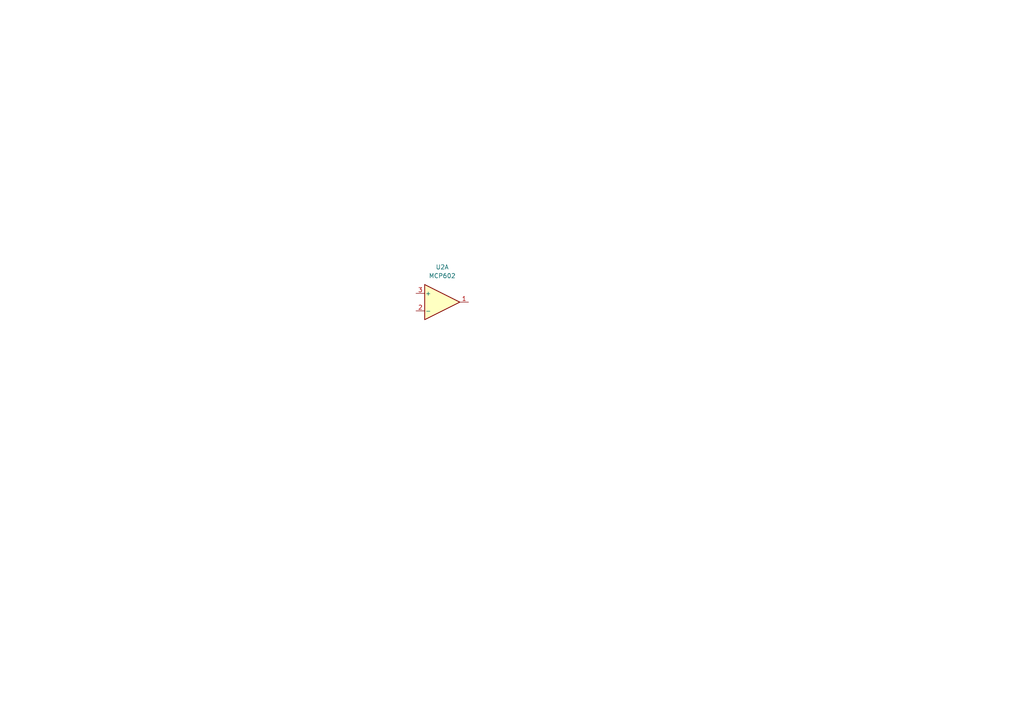
<source format=kicad_sch>
(kicad_sch (version 20231120) (generator "eeschema") (generator_version "8.0")
  (paper "A4")
  (lib_symbols
    (symbol "Amplifier_Operational:MCP602" (pin_names (offset 0.127))
      (property "Reference" "U" (at 0 5.08 0))
      (property "Value" "MCP602" (at 0 -5.08 0))
      (symbol "MCP602_1_1"
        (polyline (pts (xy -5.08 5.08) (xy 5.08 0) (xy -5.08 -5.08) (xy -5.08 5.08)) (stroke (width 0.254)) (fill (type background)))
        (pin output line (at 7.62 0 180) (length 2.54) (name "~") (number "1"))
        (pin input line (at -7.62 -2.54 0) (length 2.54) (name "-") (number "2"))
        (pin input line (at -7.62 2.54 0) (length 2.54) (name "+") (number "3"))
      )
      (symbol "MCP602_2_1"
        (polyline (pts (xy -5.08 5.08) (xy 5.08 0) (xy -5.08 -5.08) (xy -5.08 5.08)) (stroke (width 0.254)) (fill (type background)))
        (pin input line (at -7.62 2.54 0) (length 2.54) (name "+") (number "5"))
        (pin input line (at -7.62 -2.54 0) (length 2.54) (name "-") (number "6"))
        (pin output line (at 7.62 0 180) (length 2.54) (name "~") (number "7"))
      )
      (symbol "MCP602_3_1"
        (pin power_in line (at -2.54 -7.62 90) (length 3.81) (name "V-") (number "4"))
        (pin power_in line (at -2.54 7.62 270) (length 3.81) (name "V+") (number "8"))
      )
    )
  )
  (symbol (lib_id "Amplifier_Operational:MCP602") (at 128.27 87.63 0) (unit 1)
    (property "Reference" "U2" (at 128.27 77.47 0))
    (property "Value" "MCP602" (at 128.27 80.01 0))
    (property "Datasheet" "http://ww1.microchip.com/downloads/en/DeviceDoc/21314g.pdf" (effects (hide yes)))
    (property "Description" "Dual 2.7V to 6.0V Single Supply CMOS Op Amps, DIP-8/SOIC-8/TSSOP-8" (effects (hide yes)))
  )
)
</source>
